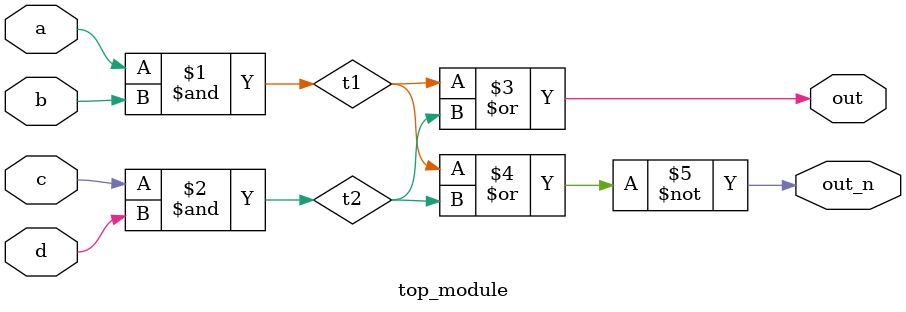
<source format=v>
`default_nettype none
module top_module(
    input a,
    input b,
    input c,
    input d,
    output out,
    output out_n   ); 
    wire t1;
    assign t1= a&b;
    wire t2;
    assign t2=c&d;
    assign out= (t1|t2);
    assign out_n= ~(t1|t2);

endmodule
</source>
